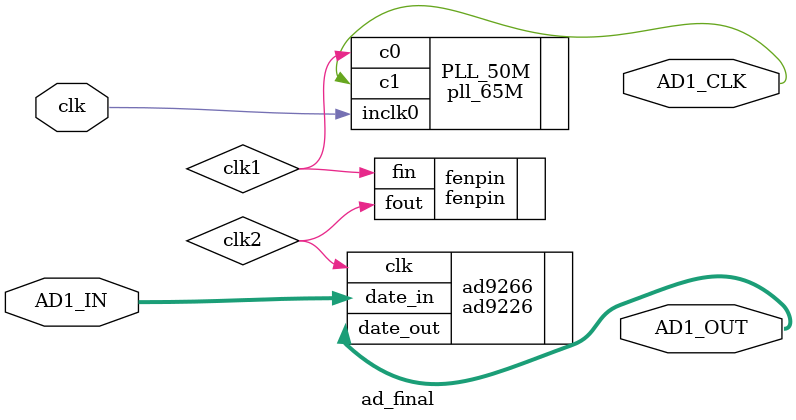
<source format=v>
module ad_final(
       clk,
		 AD1_CLK,
		 AD1_IN,
		 AD1_OUT
);
input clk;
input [11:0] AD1_IN;
output AD1_CLK;
output [11:0] AD1_OUT;

wire clk1;
wire clk2;
pll_65M PLL_50M (
	.inclk0(clk),
	.c0(clk1),		//130MHZ
	.c1(AD1_CLK)
	);

fenpin fenpin(
   .fin(clk1),
	.fout(clk2)
	);
ad9226 ad9266(
    .date_in(AD1_IN),
	 .date_out(AD1_OUT),
	 .clk(clk2)
	 );

endmodule
</source>
